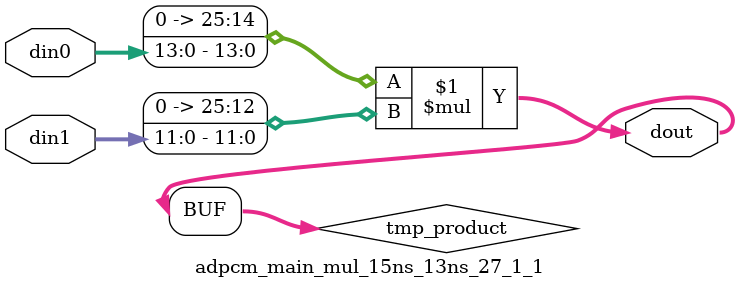
<source format=v>

`timescale 1 ns / 1 ps

  module adpcm_main_mul_15ns_13ns_27_1_1(din0, din1, dout);
parameter ID = 1;
parameter NUM_STAGE = 0;
parameter din0_WIDTH = 14;
parameter din1_WIDTH = 12;
parameter dout_WIDTH = 26;

input [din0_WIDTH - 1 : 0] din0; 
input [din1_WIDTH - 1 : 0] din1; 
output [dout_WIDTH - 1 : 0] dout;

wire signed [dout_WIDTH - 1 : 0] tmp_product;










assign tmp_product = $signed({1'b0, din0}) * $signed({1'b0, din1});











assign dout = tmp_product;







endmodule

</source>
